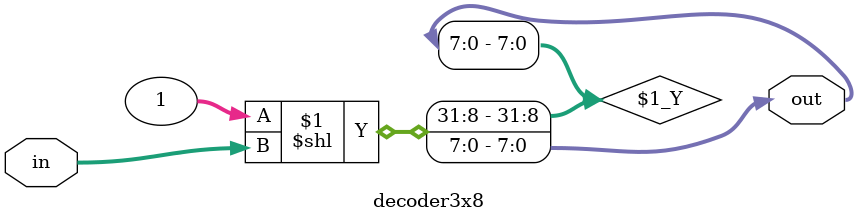
<source format=v>
module decoder3x8 (
  input  [2:0] in,
  output [7:0] out
);

// Set the output bit corresponding to input value high (one-hot encoding)
assign out = 1 << in;


endmodule
</source>
